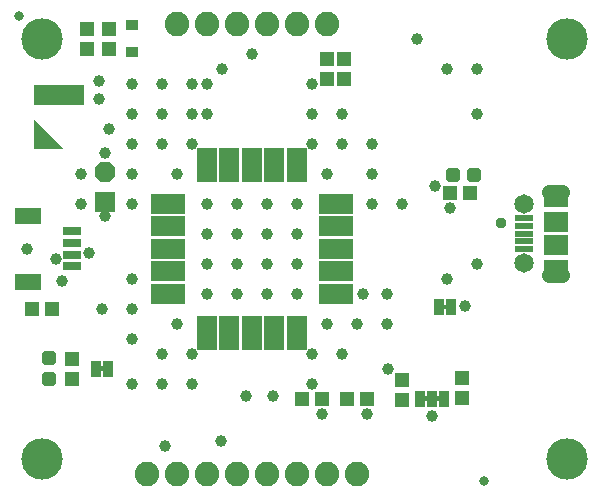
<source format=gbr>
G04 EAGLE Gerber RS-274X export*
G75*
%MOMM*%
%FSLAX34Y34*%
%LPD*%
%INSoldermask Top*%
%IPPOS*%
%AMOC8*
5,1,8,0,0,1.08239X$1,22.5*%
G01*
%ADD10C,3.505200*%
%ADD11C,0.838200*%
%ADD12R,2.203200X1.403200*%
%ADD13R,1.553200X0.803200*%
%ADD14R,1.303200X1.203200*%
%ADD15R,1.203200X1.303200*%
%ADD16R,4.200000X1.700000*%
%ADD17R,0.838200X1.473200*%
%ADD18C,0.505344*%
%ADD19R,1.033200X0.833200*%
%ADD20R,2.953200X1.803200*%
%ADD21R,1.803200X2.953200*%
%ADD22C,2.082800*%
%ADD23C,1.653200*%
%ADD24R,1.553200X0.603200*%
%ADD25R,2.103200X1.703200*%
%ADD26R,2.103200X1.403200*%
%ADD27C,1.311200*%
%ADD28R,1.727200X1.727200*%
%ADD29P,1.869504X8X202.500000*%
%ADD30C,0.990600*%
%ADD31C,0.959600*%

G36*
X208062Y668923D02*
X208062Y668923D01*
X208106Y668926D01*
X208128Y668942D01*
X208154Y668950D01*
X208183Y668983D01*
X208218Y669009D01*
X208228Y669035D01*
X208246Y669055D01*
X208253Y669099D01*
X208268Y669139D01*
X208263Y669166D01*
X208267Y669193D01*
X208249Y669234D01*
X208240Y669276D01*
X208214Y669312D01*
X208210Y669321D01*
X208205Y669325D01*
X208196Y669336D01*
X184196Y693336D01*
X184158Y693357D01*
X184125Y693386D01*
X184098Y693390D01*
X184074Y693403D01*
X184030Y693400D01*
X183987Y693407D01*
X183962Y693396D01*
X183934Y693394D01*
X183899Y693368D01*
X183859Y693350D01*
X183844Y693327D01*
X183822Y693311D01*
X183806Y693270D01*
X183782Y693234D01*
X183775Y693190D01*
X183772Y693181D01*
X183773Y693174D01*
X183771Y693160D01*
X183771Y669160D01*
X183776Y669144D01*
X183773Y669127D01*
X183795Y669077D01*
X183810Y669026D01*
X183823Y669015D01*
X183830Y668999D01*
X183875Y668969D01*
X183915Y668934D01*
X183932Y668931D01*
X183947Y668922D01*
X184020Y668911D01*
X208020Y668911D01*
X208062Y668923D01*
G37*
G36*
X527750Y455307D02*
X527750Y455307D01*
X527816Y455309D01*
X527859Y455327D01*
X527906Y455335D01*
X527963Y455369D01*
X528023Y455394D01*
X528058Y455425D01*
X528099Y455450D01*
X528141Y455501D01*
X528189Y455545D01*
X528211Y455587D01*
X528240Y455624D01*
X528261Y455686D01*
X528292Y455745D01*
X528300Y455799D01*
X528312Y455836D01*
X528311Y455876D01*
X528319Y455930D01*
X528319Y458470D01*
X528308Y458535D01*
X528306Y458601D01*
X528288Y458644D01*
X528280Y458691D01*
X528246Y458748D01*
X528221Y458808D01*
X528190Y458843D01*
X528165Y458884D01*
X528114Y458926D01*
X528070Y458974D01*
X528028Y458996D01*
X527991Y459025D01*
X527929Y459046D01*
X527870Y459077D01*
X527816Y459085D01*
X527779Y459097D01*
X527739Y459096D01*
X527685Y459104D01*
X513715Y459104D01*
X513650Y459093D01*
X513584Y459091D01*
X513541Y459073D01*
X513494Y459065D01*
X513437Y459031D01*
X513377Y459006D01*
X513342Y458975D01*
X513301Y458950D01*
X513260Y458899D01*
X513211Y458855D01*
X513189Y458813D01*
X513160Y458776D01*
X513139Y458714D01*
X513108Y458655D01*
X513100Y458601D01*
X513088Y458564D01*
X513088Y458561D01*
X513089Y458524D01*
X513081Y458470D01*
X513081Y455930D01*
X513092Y455865D01*
X513094Y455799D01*
X513112Y455756D01*
X513120Y455709D01*
X513154Y455652D01*
X513179Y455592D01*
X513210Y455557D01*
X513235Y455516D01*
X513286Y455475D01*
X513330Y455426D01*
X513372Y455404D01*
X513409Y455375D01*
X513471Y455354D01*
X513530Y455323D01*
X513584Y455315D01*
X513621Y455303D01*
X513661Y455304D01*
X513715Y455296D01*
X527685Y455296D01*
X527750Y455307D01*
G37*
G36*
X534100Y532777D02*
X534100Y532777D01*
X534166Y532779D01*
X534209Y532797D01*
X534256Y532805D01*
X534313Y532839D01*
X534373Y532864D01*
X534408Y532895D01*
X534449Y532920D01*
X534491Y532971D01*
X534539Y533015D01*
X534561Y533057D01*
X534590Y533094D01*
X534611Y533156D01*
X534642Y533215D01*
X534650Y533269D01*
X534662Y533306D01*
X534661Y533346D01*
X534669Y533400D01*
X534669Y535940D01*
X534658Y536005D01*
X534656Y536071D01*
X534638Y536114D01*
X534630Y536161D01*
X534596Y536218D01*
X534571Y536278D01*
X534540Y536313D01*
X534515Y536354D01*
X534464Y536396D01*
X534420Y536444D01*
X534378Y536466D01*
X534341Y536495D01*
X534279Y536516D01*
X534220Y536547D01*
X534166Y536555D01*
X534129Y536567D01*
X534089Y536566D01*
X534035Y536574D01*
X530225Y536574D01*
X530160Y536563D01*
X530094Y536561D01*
X530051Y536543D01*
X530004Y536535D01*
X529947Y536501D01*
X529887Y536476D01*
X529852Y536445D01*
X529811Y536420D01*
X529770Y536369D01*
X529721Y536325D01*
X529699Y536283D01*
X529670Y536246D01*
X529649Y536184D01*
X529618Y536125D01*
X529610Y536071D01*
X529598Y536034D01*
X529598Y536031D01*
X529599Y535994D01*
X529591Y535940D01*
X529591Y533400D01*
X529602Y533335D01*
X529604Y533269D01*
X529622Y533226D01*
X529630Y533179D01*
X529664Y533122D01*
X529689Y533062D01*
X529720Y533027D01*
X529745Y532986D01*
X529796Y532945D01*
X529840Y532896D01*
X529882Y532874D01*
X529919Y532845D01*
X529981Y532824D01*
X530040Y532793D01*
X530094Y532785D01*
X530131Y532773D01*
X530171Y532774D01*
X530225Y532766D01*
X534035Y532766D01*
X534100Y532777D01*
G37*
G36*
X243270Y480707D02*
X243270Y480707D01*
X243336Y480709D01*
X243379Y480727D01*
X243426Y480735D01*
X243483Y480769D01*
X243543Y480794D01*
X243578Y480825D01*
X243619Y480850D01*
X243661Y480901D01*
X243709Y480945D01*
X243731Y480987D01*
X243760Y481024D01*
X243781Y481086D01*
X243812Y481145D01*
X243820Y481199D01*
X243832Y481236D01*
X243831Y481276D01*
X243839Y481330D01*
X243839Y483870D01*
X243828Y483935D01*
X243826Y484001D01*
X243808Y484044D01*
X243800Y484091D01*
X243766Y484148D01*
X243741Y484208D01*
X243710Y484243D01*
X243685Y484284D01*
X243634Y484326D01*
X243590Y484374D01*
X243548Y484396D01*
X243511Y484425D01*
X243449Y484446D01*
X243390Y484477D01*
X243336Y484485D01*
X243299Y484497D01*
X243259Y484496D01*
X243205Y484504D01*
X239395Y484504D01*
X239330Y484493D01*
X239264Y484491D01*
X239221Y484473D01*
X239174Y484465D01*
X239117Y484431D01*
X239057Y484406D01*
X239022Y484375D01*
X238981Y484350D01*
X238940Y484299D01*
X238891Y484255D01*
X238869Y484213D01*
X238840Y484176D01*
X238819Y484114D01*
X238788Y484055D01*
X238780Y484001D01*
X238768Y483964D01*
X238768Y483961D01*
X238769Y483924D01*
X238761Y483870D01*
X238761Y481330D01*
X238772Y481265D01*
X238774Y481199D01*
X238792Y481156D01*
X238800Y481109D01*
X238834Y481052D01*
X238859Y480992D01*
X238890Y480957D01*
X238915Y480916D01*
X238966Y480875D01*
X239010Y480826D01*
X239052Y480804D01*
X239089Y480775D01*
X239151Y480754D01*
X239210Y480723D01*
X239264Y480715D01*
X239301Y480703D01*
X239341Y480704D01*
X239395Y480696D01*
X243205Y480696D01*
X243270Y480707D01*
G37*
D10*
X190500Y762000D03*
X635000Y762000D03*
D11*
X565150Y387350D03*
X171450Y781050D03*
D12*
X179150Y612200D03*
X179150Y556200D03*
D13*
X215900Y599200D03*
X215900Y589200D03*
X215900Y579200D03*
X215900Y569200D03*
D14*
X199000Y533400D03*
X182000Y533400D03*
D15*
X446786Y728100D03*
X446786Y745100D03*
X431800Y728100D03*
X431800Y745100D03*
X228600Y753500D03*
X228600Y770500D03*
D16*
X204820Y714460D03*
D15*
X495300Y473320D03*
X495300Y456320D03*
X546100Y474590D03*
X546100Y457590D03*
D17*
X530860Y457200D03*
X520700Y457200D03*
X510540Y457200D03*
D18*
X200340Y477320D02*
X193360Y477320D01*
X200340Y477320D02*
X200340Y470340D01*
X193360Y470340D01*
X193360Y477320D01*
X193360Y475140D02*
X200340Y475140D01*
X200340Y494860D02*
X193360Y494860D01*
X200340Y494860D02*
X200340Y487880D01*
X193360Y487880D01*
X193360Y494860D01*
X193360Y492680D02*
X200340Y492680D01*
D17*
X236220Y482600D03*
X246380Y482600D03*
D19*
X266700Y750500D03*
X266700Y773500D03*
D15*
X247650Y753500D03*
X247650Y770500D03*
X215900Y474100D03*
X215900Y491100D03*
D20*
X297050Y622200D03*
X297050Y603200D03*
X297050Y584200D03*
X297050Y565200D03*
X297050Y546200D03*
D21*
X330300Y512950D03*
X349300Y512950D03*
X368300Y512950D03*
X387300Y512950D03*
X406300Y512950D03*
D20*
X439550Y546200D03*
X439550Y565200D03*
X439550Y584200D03*
X439550Y603200D03*
X439550Y622200D03*
D21*
X406300Y655450D03*
X387300Y655450D03*
X368300Y655450D03*
X349300Y655450D03*
X330300Y655450D03*
D14*
X410600Y457200D03*
X427600Y457200D03*
X448700Y457200D03*
X465700Y457200D03*
D10*
X190500Y406400D03*
X635000Y406400D03*
D22*
X304800Y774700D03*
X330200Y774700D03*
X355600Y774700D03*
X381000Y774700D03*
X406400Y774700D03*
X431800Y774700D03*
X457200Y393700D03*
X431800Y393700D03*
X406400Y393700D03*
X381000Y393700D03*
X355600Y393700D03*
X330200Y393700D03*
X304800Y393700D03*
X279400Y393700D03*
D14*
X553330Y631190D03*
X536330Y631190D03*
D18*
X542090Y642940D02*
X542090Y649920D01*
X542090Y642940D02*
X535110Y642940D01*
X535110Y649920D01*
X542090Y649920D01*
X542090Y647740D02*
X535110Y647740D01*
X559630Y649920D02*
X559630Y642940D01*
X552650Y642940D01*
X552650Y649920D01*
X559630Y649920D01*
X559630Y647740D02*
X552650Y647740D01*
D17*
X537210Y534670D03*
X527050Y534670D03*
D23*
X598800Y571900D03*
X598800Y621900D03*
D24*
X598800Y583900D03*
X598800Y590400D03*
X598800Y596900D03*
X598800Y603400D03*
X598800Y609900D03*
D25*
X625800Y586900D03*
X625800Y606900D03*
D26*
X625800Y567900D03*
X625800Y625900D03*
D27*
X631340Y561900D02*
X620260Y561900D01*
X620260Y631900D02*
X631340Y631900D01*
D28*
X243840Y623570D03*
D29*
X243840Y648970D03*
D30*
X177800Y584200D03*
X558800Y571500D03*
X520700Y442722D03*
X330200Y622300D03*
X355600Y622300D03*
X381000Y622300D03*
X406400Y622300D03*
X330200Y571500D03*
X355600Y571500D03*
X381000Y571500D03*
X406400Y571500D03*
X330200Y596900D03*
X355600Y596900D03*
X381000Y596900D03*
X406400Y596900D03*
X266700Y558800D03*
X266700Y533400D03*
X266700Y508000D03*
X292100Y495300D03*
X304800Y520700D03*
X431800Y520700D03*
X431800Y647700D03*
X304800Y647700D03*
X266700Y622300D03*
X266700Y647700D03*
X266700Y673100D03*
X292100Y673100D03*
X444500Y673100D03*
X469900Y673100D03*
X469900Y647700D03*
X469900Y622300D03*
X444500Y495300D03*
X419100Y495300D03*
X317500Y495300D03*
X317500Y673100D03*
X419100Y673100D03*
X508000Y762000D03*
X533400Y736600D03*
X558800Y736600D03*
X558800Y698500D03*
X330200Y546100D03*
X355600Y546100D03*
X381000Y546100D03*
X406400Y546100D03*
X330200Y698500D03*
X292100Y698500D03*
X266700Y698500D03*
X419100Y698500D03*
X444500Y698500D03*
X419100Y723900D03*
X457200Y520700D03*
X482600Y520700D03*
X482600Y546100D03*
X462280Y546100D03*
X533400Y558800D03*
X495300Y622300D03*
X330200Y723900D03*
X292100Y723900D03*
X266700Y723900D03*
X317500Y698500D03*
X317500Y723900D03*
X317500Y469900D03*
X292100Y469900D03*
X266700Y469900D03*
X241300Y533400D03*
X419100Y469900D03*
X223520Y647700D03*
X223520Y622300D03*
X243840Y665480D03*
X238760Y726440D03*
X238760Y711200D03*
X386080Y459740D03*
X363220Y459740D03*
X243840Y612140D03*
X523240Y637540D03*
D31*
X579120Y605790D03*
D30*
X465700Y444500D03*
X207518Y556768D03*
X483362Y482092D03*
X202438Y575056D03*
X427600Y444500D03*
X294894Y416814D03*
X368300Y749300D03*
X230124Y580644D03*
X247650Y685800D03*
X342900Y736600D03*
X342646Y421386D03*
X535940Y618490D03*
X548640Y535940D03*
M02*

</source>
